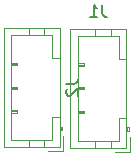
<source format=gbr>
G04 #@! TF.GenerationSoftware,KiCad,Pcbnew,(5.1.2)-2*
G04 #@! TF.CreationDate,2019-09-26T21:19:41+02:00*
G04 #@! TF.ProjectId,enkoder,656e6b6f-6465-4722-9e6b-696361645f70,rev?*
G04 #@! TF.SameCoordinates,Original*
G04 #@! TF.FileFunction,Legend,Bot*
G04 #@! TF.FilePolarity,Positive*
%FSLAX46Y46*%
G04 Gerber Fmt 4.6, Leading zero omitted, Abs format (unit mm)*
G04 Created by KiCad (PCBNEW (5.1.2)-2) date 2019-09-26 21:19:41*
%MOMM*%
%LPD*%
G04 APERTURE LIST*
%ADD10C,0.120000*%
%ADD11C,0.150000*%
G04 APERTURE END LIST*
D10*
X175589000Y-103199000D02*
X170869000Y-103199000D01*
X170869000Y-103199000D02*
X170869000Y-93079000D01*
X170869000Y-93079000D02*
X175589000Y-93079000D01*
X175589000Y-93079000D02*
X175589000Y-103199000D01*
X175589000Y-101439000D02*
X175789000Y-101439000D01*
X175789000Y-101439000D02*
X175789000Y-101739000D01*
X175789000Y-101739000D02*
X175589000Y-101739000D01*
X175689000Y-101439000D02*
X175689000Y-101739000D01*
X175589000Y-100639000D02*
X174979000Y-100639000D01*
X174979000Y-100639000D02*
X174979000Y-102589000D01*
X174979000Y-102589000D02*
X171479000Y-102589000D01*
X171479000Y-102589000D02*
X171479000Y-93689000D01*
X171479000Y-93689000D02*
X174979000Y-93689000D01*
X174979000Y-93689000D02*
X174979000Y-95639000D01*
X174979000Y-95639000D02*
X175589000Y-95639000D01*
X174279000Y-103199000D02*
X174279000Y-102589000D01*
X172979000Y-103199000D02*
X172979000Y-102589000D01*
X174279000Y-93079000D02*
X174279000Y-93689000D01*
X172979000Y-93079000D02*
X172979000Y-93689000D01*
X171479000Y-100239000D02*
X171979000Y-100239000D01*
X171979000Y-100239000D02*
X171979000Y-100039000D01*
X171979000Y-100039000D02*
X171479000Y-100039000D01*
X171479000Y-100139000D02*
X171979000Y-100139000D01*
X171479000Y-98239000D02*
X171979000Y-98239000D01*
X171979000Y-98239000D02*
X171979000Y-98039000D01*
X171979000Y-98039000D02*
X171479000Y-98039000D01*
X171479000Y-98139000D02*
X171979000Y-98139000D01*
X171479000Y-96239000D02*
X171979000Y-96239000D01*
X171979000Y-96239000D02*
X171979000Y-96039000D01*
X171979000Y-96039000D02*
X171479000Y-96039000D01*
X171479000Y-96139000D02*
X171979000Y-96139000D01*
X175889000Y-102249000D02*
X175889000Y-103499000D01*
X175889000Y-103499000D02*
X174639000Y-103499000D01*
X169958000Y-103152000D02*
X165238000Y-103152000D01*
X165238000Y-103152000D02*
X165238000Y-93032000D01*
X165238000Y-93032000D02*
X169958000Y-93032000D01*
X169958000Y-93032000D02*
X169958000Y-103152000D01*
X169958000Y-101392000D02*
X170158000Y-101392000D01*
X170158000Y-101392000D02*
X170158000Y-101692000D01*
X170158000Y-101692000D02*
X169958000Y-101692000D01*
X170058000Y-101392000D02*
X170058000Y-101692000D01*
X169958000Y-100592000D02*
X169348000Y-100592000D01*
X169348000Y-100592000D02*
X169348000Y-102542000D01*
X169348000Y-102542000D02*
X165848000Y-102542000D01*
X165848000Y-102542000D02*
X165848000Y-93642000D01*
X165848000Y-93642000D02*
X169348000Y-93642000D01*
X169348000Y-93642000D02*
X169348000Y-95592000D01*
X169348000Y-95592000D02*
X169958000Y-95592000D01*
X168648000Y-103152000D02*
X168648000Y-102542000D01*
X167348000Y-103152000D02*
X167348000Y-102542000D01*
X168648000Y-93032000D02*
X168648000Y-93642000D01*
X167348000Y-93032000D02*
X167348000Y-93642000D01*
X165848000Y-100192000D02*
X166348000Y-100192000D01*
X166348000Y-100192000D02*
X166348000Y-99992000D01*
X166348000Y-99992000D02*
X165848000Y-99992000D01*
X165848000Y-100092000D02*
X166348000Y-100092000D01*
X165848000Y-98192000D02*
X166348000Y-98192000D01*
X166348000Y-98192000D02*
X166348000Y-97992000D01*
X166348000Y-97992000D02*
X165848000Y-97992000D01*
X165848000Y-98092000D02*
X166348000Y-98092000D01*
X165848000Y-96192000D02*
X166348000Y-96192000D01*
X166348000Y-96192000D02*
X166348000Y-95992000D01*
X166348000Y-95992000D02*
X165848000Y-95992000D01*
X165848000Y-96092000D02*
X166348000Y-96092000D01*
X170258000Y-102202000D02*
X170258000Y-103452000D01*
X170258000Y-103452000D02*
X169008000Y-103452000D01*
D11*
X173552333Y-91071380D02*
X173552333Y-91785666D01*
X173599952Y-91928523D01*
X173695190Y-92023761D01*
X173838047Y-92071380D01*
X173933285Y-92071380D01*
X172552333Y-92071380D02*
X173123761Y-92071380D01*
X172838047Y-92071380D02*
X172838047Y-91071380D01*
X172933285Y-91214238D01*
X173028523Y-91309476D01*
X173123761Y-91357095D01*
X170500380Y-97758666D02*
X171214666Y-97758666D01*
X171357523Y-97711047D01*
X171452761Y-97615809D01*
X171500380Y-97472952D01*
X171500380Y-97377714D01*
X170595619Y-98187238D02*
X170548000Y-98234857D01*
X170500380Y-98330095D01*
X170500380Y-98568190D01*
X170548000Y-98663428D01*
X170595619Y-98711047D01*
X170690857Y-98758666D01*
X170786095Y-98758666D01*
X170928952Y-98711047D01*
X171500380Y-98139619D01*
X171500380Y-98758666D01*
M02*

</source>
